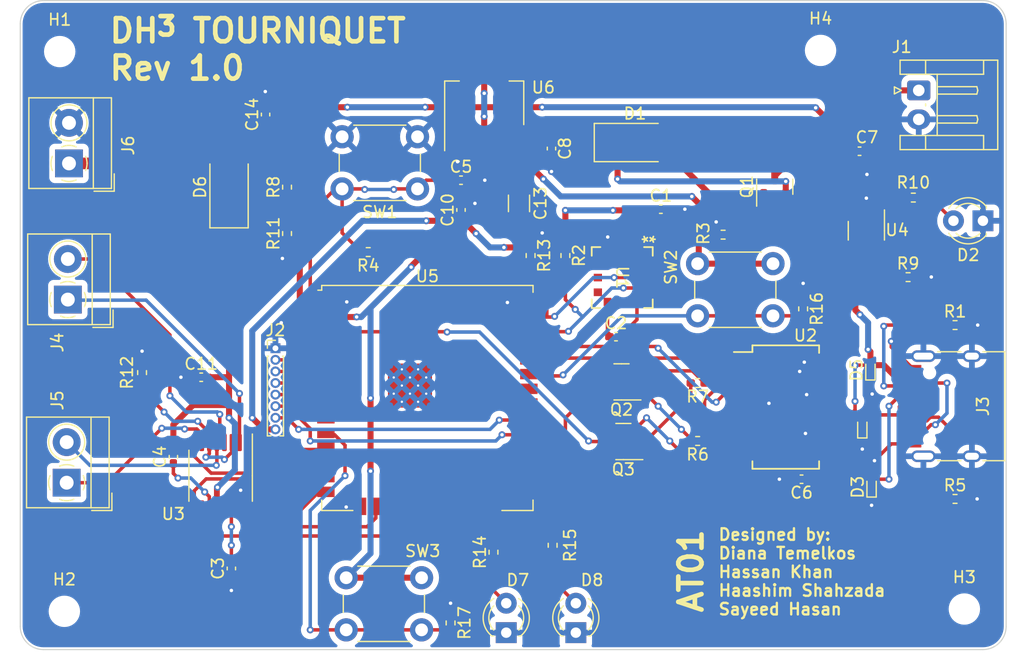
<source format=kicad_pcb>
(kicad_pcb (version 20221018) (generator pcbnew)
  (layers (0 "F.Cu" signal) (31 "B.Cu" signal) (34 "B.Paste" user) (35 "F.Paste" user) (36 "B.SilkS" user "B.Silkscreen") (37 "F.SilkS" user "F.Silkscreen") (38 "B.Mask" user) (39 "F.Mask" user) (44 "Edge.Cuts" user))
  (net 0 "")
  (net 1 "GND")
  (net 2 "Net-(U1-VO-)")
  (net 3 "Net-(U1-VO+)")
  (net 4 "Net-(U3-VINT)")
  (net 5 "Net-(U3-VCP)")
  (net 6 "3V3")
  (net 7 "Net-(U2-3V3OUT)")
  (net 8 "Net-(D1-K)")
  (net 9 "VBUS")
  (net 10 "Net-(D2-A)")
  (net 11 "Net-(U4-PROG)")
  (net 12 "Net-(U4-STAT)")
  (net 13 "Net-(U3-AISEN)")
  (net 20 "Net-(D6-K)")
  (net 21 "EN")
  (net 22 "VBAT")
  (net 23 "Net-(D3-A2)")
  (net 36 "Net-(D4-A2)")
  (net 37 "MOSI")
  (net 38 "SCK")
  (net 39 "CS")
  (net 40 "DC_SCREEN")
  (net 41 "RST_SCREEN")
  (net 42 "BL_SCREEN")
  (net 43 "Net-(Q2-S)")
  (net 44 "GPIO0")
  (net 45 "Net-(Q3-S)")
  (net 46 "SCL")
  (net 47 "SDA")
  (net 48 "RXD0")
  (net 54 "TXD0")
  (net 55 "DRV_SLEEP")
  (net 56 "DRV_FAULT")
  (net 57 "SOLENOID_PIN_1")
  (net 58 "SOLENOID_PIN_2")
  (net 60 "MOTOR_PIN_2")
  (net 61 "Net-(J3-CC1)")
  (net 62 "MOTOR_PIN_1")
  (net 63 "Net-(J3-CC2)")
  (net 64 "Net-(Q2-G)")
  (net 65 "Net-(Q3-G)")
  (net 71 "Net-(U5-IO21)")
  (net 72 "Net-(D7-A)")
  (net 73 "Net-(D8-A)")
  (net 74 "Net-(J4-Pin_1)")
  (net 75 "Net-(J4-Pin_2)")
  (net 76 "Net-(J5-Pin_1)")
  (net 77 "Net-(J5-Pin_2)")
  (net 78 "Net-(U5-SENSOR_VP)")
  (net 79 "Net-(U5-IO2)")
  (net 80 "Net-(U5-IO16)")
  (net 83 "Net-(U5-IO25)")
  (net 84 "Net-(D6-A)")
  (footprint "Package_TO_SOT_SMD:SOT-23" (layer "F.Cu") (at 170.05 88.0625 90)
    (fp_text reference "Q1")
    (fp_text value "DMG2301L")
  )
  (footprint "Resistor_SMD:R_0402_1005Metric_Pad0.72x0.64mm_HandSolder" (layer "F.Cu") (at 172.5 98.6 -90)
    (fp_text reference "R16")
    (fp_text value "10K")
  )
  (footprint "MountingHole:MountingHole_2.2mm_M2_ISO7380" (layer "F.Cu") (at 186.4 124.5)
    (fp_text reference "H3")
    (fp_text value "MountingHole")
  )
  (footprint "Package_TO_SOT_SMD:SOT-23" (layer "F.Cu") (at 157 110.05 180)
    (fp_text reference "Q3")
    (fp_text value "2N7002")
  )
  (footprint "TerminalBlock_4Ucon:TerminalBlock_4Ucon_1x02_P3.50mm_Horizontal" (layer "F.Cu") (at 109 113.6 90)
    (fp_text reference "J5")
    (fp_text value "Solenoid Valve Connector")
  )
  (footprint "LED_THT:LED_D3.0mm" (layer "F.Cu") (at 152.9 126.54 90)
    (fp_text reference "D8")
    (fp_text value "LED")
  )
  (footprint "Capacitor_SMD:C_0402_1005Metric_Pad0.74x0.62mm_HandSolder" (layer "F.Cu") (at 123.2 121 90)
    (fp_text reference "C3")
    (fp_text value "2.2uF")
  )
  (footprint "Resistor_SMD:R_0402_1005Metric_Pad0.72x0.64mm_HandSolder" (layer "F.Cu") (at 165.6 92.2 180)
    (fp_text reference "R3")
    (fp_text value "100K")
  )
  (footprint "Resistor_SMD:R_0402_1005Metric_Pad0.72x0.64mm_HandSolder" (layer "F.Cu") (at 145.8 119.5975 90)
    (fp_text reference "R14")
    (fp_text value "5.1K")
  )
  (footprint "Package_TO_SOT_SMD:SOT-223-3_TabPin2" (layer "F.Cu") (at 145 80.85 90)
    (fp_text reference "U6")
    (fp_text value "LM1117MP-3.3")
  )
  (footprint "Connector_JST:JST_EH_S2B-EH_1x02_P2.50mm_Horizontal" (layer "F.Cu") (at 182.4675 79.75 -90)
    (fp_text reference "J1")
    (fp_text value "JST Connector")
  )
  (footprint "Package_TO_SOT_SMD:SOT-23-5" (layer "F.Cu") (at 177.95 91.8625 -90)
    (fp_text reference "U4")
    (fp_text value "MCP73831-2-OT")
  )
  (footprint "MPRLS0025PA00001A:MPRLS_HNW" (layer "F.Cu") (at 156.900055 95.900002 -90)
    (fp_text reference "U1")
    (fp_text value "MPRLS0025PA00001A")
  )
  (footprint "Capacitor_SMD:C_0402_1005Metric_Pad0.74x0.62mm_HandSolder" (layer "F.Cu") (at 177.3625 85 180)
    (fp_text reference "C7")
    (fp_text value "4.7uF")
  )
  (footprint "TerminalBlock_4Ucon:TerminalBlock_4Ucon_1x02_P3.50mm_Horizontal" (layer "F.Cu") (at 109.2 86.05 90)
    (fp_text reference "J6")
    (fp_text value "External Battery")
  )
  (footprint "LED_THT:LED_D3.0mm" (layer "F.Cu") (at 146.9 126.54 90)
    (fp_text reference "D7")
    (fp_text value "LED")
  )
  (footprint "RF_Module:ESP32-WROOM-32UE" (layer "F.Cu") (at 140.1 106.29)
    (fp_text reference "U5")
    (fp_text value "ESP32-WROOM-32")
  )
  (footprint "Capacitor_SMD:C_0402_1005Metric_Pad0.74x0.62mm_HandSolder" (layer "F.Cu") (at 156.3625 101)
    (fp_text reference "C2")
    (fp_text value "1nF")
  )
  (footprint "Capacitor_SMD:C_0402_1005Metric_Pad0.74x0.62mm_HandSolder" (layer "F.Cu") (at 118.2 111.3675 90)
    (fp_text reference "C4")
    (fp_text value "0.01uF")
  )
  (footprint "Capacitor_SMD:C_0402_1005Metric_Pad0.74x0.62mm_HandSolder" (layer "F.Cu") (at 150.8 84.7675 -90)
    (fp_text reference "C8")
    (fp_text value "10uF")
  )
  (footprint "Package_TO_SOT_SMD:SOT-23" (layer "F.Cu") (at 156.8375 104.9 180)
    (fp_text reference "Q2")
    (fp_text value "2N7002")
  )
  (footprint "Diode_SMD:D_SOD-923" (layer "F.Cu") (at 177.6 108.88 90)
    (fp_text reference "D4" hide)
    (fp_text value "ESD9B3.3ST5G")
  )
  (footprint "Diode_SMD:D_SMA" (layer "F.Cu") (at 123 88.1 90)
    (fp_text reference "D6")
    (fp_text value "B120-E3")
  )
  (footprint "Resistor_SMD:R_0402_1005Metric_Pad0.72x0.64mm_HandSolder" (layer "F.Cu") (at 128 92.1 90)
    (fp_text reference "R11")
    (fp_text value "10K")
  )
  (footprint "Capacitor_SMD:C_0402_1005Metric_Pad0.74x0.62mm_HandSolder" (layer "F.Cu") (at 120.6 104.5)
    (fp_text reference "C11")
    (fp_text value "10uF")
  )
  (footprint "Resistor_SMD:R_0402_1005Metric_Pad0.72x0.64mm_HandSolder" (layer "F.Cu") (at 181.5475 95.8625)
    (fp_text reference "R9")
    (fp_text value "5.1K")
  )
  (footprint "LED_THT:LED_D3.0mm" (layer "F.Cu") (at 188 91 180)
    (fp_text reference "D2")
    (fp_text value "LED")
  )
  (footprint "Button_Switch_THT:SW_PUSH_6mm" (layer "F.Cu") (at 139.25 88.25 180)
    (fp_text reference "SW1")
    (fp_text value "SW_Push")
  )
  (footprint "Capacitor_SMD:C_0402_1005Metric_Pad0.74x0.62mm_HandSolder" (layer "F.Cu") (at 143 90.0675 90)
    (fp_text reference "C10")
    (fp_text value "100uF")
  )
  (footprint "Capacitor_SMD:C_0402_1005Metric_Pad0.74x0.62mm_HandSolder" (layer "F.Cu") (at 160.2325 90)
    (fp_text reference "C1")
    (fp_text value "0.1uF")
  )
  (footprint "Resistor_SMD:R_0402_1005Metric_Pad0.72x0.64mm_HandSolder" (layer "F.Cu") (at 152 94 -90)
    (fp_text reference "R2")
    (fp_text value "2.2K")
  )
  (footprint "Resistor_SMD:R_0402_1005Metric_Pad0.72x0.64mm_HandSolder" (layer "F.Cu") (at 185.5975 100)
    (fp_text reference "R1")
    (fp_text value "5.1K")
  )
  (footprint "Diode_SMD:D_SOD-923" (layer "F.Cu") (at 178.4 113.98 90)
    (fp_text reference "D3")
    (fp_text value "ESD9B3.3ST5G")
  )
  (footprint "Connector_USB:USB_C_Receptacle_HRO_TYPE-C-31-M-12" (layer "F.Cu") (at 186 107 90)
    (fp_text reference "J3")
    (fp_text value "USB_C_Receptacle_USB2.0")
  )
  (footprint "Resistor_SMD:R_0402_1005Metric_Pad0.72x0.64mm_HandSolder" (layer "F.Cu") (at 163.4025 105 180)
    (fp_text reference "R7")
    (fp_text value "5.1K")
  )
  (footprint "Button_Switch_THT:SW_PUSH_6mm" (layer "F.Cu") (at 163.4 94.7)
    (fp_text reference "SW2")
    (fp_text value "SW_Push")
  )
  (footprint "Resistor_SMD:R_0402_1005Metric_Pad0.72x0.64mm_HandSolder" (layer "F.Cu") (at 150.9 119 90)
    (fp_text reference "R15")
    (fp_text value "5.1K")
  )
  (footprint "MountingHole:MountingHole_2.2mm_M2_ISO7380" (layer "F.Cu") (at 174 76.3)
    (fp_text reference "H4")
    (fp_text value "MountingHole")
  )
  (footprint "Resistor_SMD:R_0402_1005Metric_Pad0.72x0.64mm_HandSolder" (layer "F.Cu") (at 115.5 104.1 -90)
    (fp_text reference "R12")
    (fp_text value "2.2K")
  )
  (footprint "Resistor_SMD:R_0402_1005Metric_Pad0.72x0.64mm_HandSolder" (layer "F.Cu") (at 135 93.7 180)
    (fp_text reference "R4")
    (fp_text value "10K")
  )
  (footprint "Resistor_SMD:R_0402_1005Metric_Pad0.72x0.64mm_HandSolder" (layer "F.Cu") (at 163.4025 110 180)
    (fp_text reference "R6")
    (fp_text value "5.1K")
  )
  (footprint "Capacitor_SMD:C_1206_3216Metric_Pad1.33x1.80mm_HandSolder" (layer "F.Cu") (at 148 89.5 -90)
    (fp_text reference "C13")
    (fp_text value "10uF")
  )
  (footprint "Package_SO:TSSOP-16_4.4x5mm_P0.65mm" (layer "F.Cu") (at 122.275 113 -90)
    (fp_text reference "U3")
    (fp_text value "DRV8833PW")
  )
  (footprint "Diode_SMD:D_SOD-923" (layer "F.Cu") (at 178.3 103.88 90)
    (fp_text reference "D5")
    (fp_text value "ESD9B3.3ST5G")
  )
  (footprint "Button_Switch_THT:SW_PUSH_6mm" (layer "F.Cu") (at 133.1 121.8)
    (fp_text reference "SW3")
    (fp_text value "SW_Push")
  )
  (footprint "Capacitor_SMD:C_0402_1005Metric_Pad0.74x0.62mm_HandSolder" (layer "F.Cu") (at 172.3625 113.3 180)
    (fp_text reference "C6")
    (fp_text value "10uF")
  )
  (footprint "MountingHole:MountingHole_2.2mm_M2_ISO7380" (layer "F.Cu") (at 108.4 76.4)
    (fp_text reference "H1")
    (fp_text value "MountingHole")
  )
  (footprint "Capacitor_SMD:C_0402_1005Metric_Pad0.74x0.62mm_HandSolder" (layer "F.Cu") (at 126.15 81.8325 90)
    (fp_text reference "C14")
    (fp_text value "100uF")
  )
  (footprint "Package_SO:SSOP-28_5.3x10.2mm_P0.65mm" (layer "F.Cu") (at 171 107.075)
    (fp_text reference "U2")
    (fp_text value "FT232RL")
  )
  (footprint "Resistor_SMD:R_0402_1005Metric_Pad0.72x0.64mm_HandSolder" (layer "F.Cu") (at 142.1 125.7 -90)
    (fp_text reference "R17")
    (fp_text value "10K")
  )
  (footprint "Resistor_SMD:R_0402_1005Metric_Pad0.72x0.64mm_HandSolder" (layer "F.Cu") (at 149 94 -90)
    (fp_text reference "R13")
    (fp_text value "2.2K")
  )
  (footprint "Capacitor_SMD:C_0402_1005Metric_Pad0.74x0.62mm_HandSolder" (layer "F.Cu") (at 143 87.5)
    (fp_text reference "C5")
    (fp_text value "1uF")
  )
  (footprint "MountingHole:MountingHole_2.2mm_M2_ISO7380" (layer "F.Cu") (at 108.8 124.7)
    (fp_text reference "H2")
    (fp_text value "MountingHole")
  )
  (footprint "Connector_PinHeader_1.00mm:PinHeader_1x08_P1.00mm_Vertical" (layer "F.Cu") (at 127 102)
    (fp_text reference "J2")
    (fp_text value "Conn_01x08")
  )
  (footprint "Diode_SMD:D_SMA" (layer "F.Cu") (at 158 84.25)
    (fp_text reference "D1")
    (fp_text value "B120-E3")
  )
  (footprint "Resistor_SMD:R_0402_1005Metric_Pad0.72x0.64mm_HandSolder" (layer "F.Cu") (at 185.5975 115)
    (fp_text reference "R5")
    (fp_text value "5.1K")
  )
  (footprint "Resistor_SMD:R_0402_1005Metric_Pad0.72x0.64mm_HandSolder" (layer "F.Cu") (at 182 89 180)
    (fp_text reference "R10")
    (fp_text value "5.1K")
  )
  (footprint "TerminalBlock_4Ucon:TerminalBlock_4Ucon_1x02_P3.50mm_Horizontal" (layer "F.Cu") (at 109.1 97.8 90)
    (fp_text reference "J4")
    (fp_text value "DC Pump Connector")
  )
  (footprint "Resistor_SMD:R_0402_1005Metric_Pad0.72x0.64mm_HandSolder" (layer "F.Cu") (at 128 88.1 90)
    (fp_text reference "R8")
    (fp_text value "20K")
  )
  (gr_arc (start 188 72) (mid 189.414214 72.585786) (end 190 74) (stroke (width 0.1)) (layer "Edge.Cuts"))
  (gr_arc (start 105 74) (mid 105.585786 72.585786) (end 107 72) (stroke (width 0.1)) (layer "Edge.Cuts"))
  (gr_line (start 105 126) (end 105 74) (stroke (width 0.1)) (layer "Edge.Cuts"))
  (gr_line (start 190 74) (end 190 126) (stroke (width 0.1)) (layer "Edge.Cuts"))
  (gr_arc (start 107 128) (mid 105.585786 127.414214) (end 105 126) (stroke (width 0.1)) (layer "Edge.Cuts"))
  (gr_arc (start 190 126) (mid 189.414214 127.414214) (end 188 128) (stroke (width 0.1)) (layer "Edge.Cuts"))
  (gr_line (start 188 128) (end 107 128) (stroke (width 0.1)) (layer "Edge.Cuts"))
  (gr_line (start 107 72) (end 188 72) (stroke (width 0.1)) (layer "Edge.Cuts"))
  (gr_text "DH^{3} TOURNIQUET \nRev 1.0" (at 112.5 79) (layer "F.SilkS") (effects (font (size 2 2) (thickness 0.4) bold) (justify left bottom)))
  (gr_text "AT01" (at 164 125 90) (layer "F.SilkS") (effects (font (size 2 2) (thickness 0.4) bold) (justify left bottom)))
  (gr_text "Designed by:\nDiana Temelkos\nHassan Khan\nHaashim Shahzada\nSayeed Hasan" (at 165.1 125.1) (layer "F.SilkS") (effects (font (size 1 1) (thickness 0.2) bold) (justify left bottom)))
  (segment (start 126.15 79.875) (end 126.125 79.85) (width 0.3) (layer "F.Cu") (net 1))
  (segment (start 127 100.3) (end 127.5 99.8) (width 0.3) (layer "F.Cu") (net 1))
  (segment (start 180.1 101.895) (end 180.1 101.4) (width 0.3) (layer "F.Cu") (net 1))
  (segment (start 181.955 103.75) (end 180.1 101.895) (width 0.3) (layer "F.Cu") (net 1))
  (segment (start 177.93 86.93) (end 178 87) (width 0.3) (layer "F.Cu") (net 1))
  (segment (start 142.1 124) (end 142.1 125.1025) (width 0.3) (layer "F.Cu") (net 1))
  (segment (start 133.115 98.035) (end 133.15 98) (width 0.3) (layer "F.Cu") (net 1))
  (segment (start 128 92.6975) (end 128 93.85) (width 0.3) (layer "F.Cu") (net 1))
  (segment (start 172.5 98.0025) (end 172.5 96.4) (width 0.3) (layer "F.Cu") (net 1))
  (segment (start 174.6 104.15) (end 173.55 104.15) (width 0.3) (layer "F.Cu") (net 1))
  (segment (start 160.8 90) (end 162.3 90) (width 0.3) (layer "F.Cu") (net 1))
  (segment (start 123.475001 114.25) (end 124 114.25) (width 0.3) (layer "F.Cu") (net 1))
  (segment (start 181.955 110.25) (end 180.1 110.25) (width 0.3) (layer "F.Cu") (net 1))
  (segment (start 182.145 95.8625) (end 183.5375 95.8625) (width 0.3) (layer "F.Cu") (net 1))
  (segment (start 149.0125 91.0625) (end 150 92.05) (width 0.3) (layer "F.Cu") (net 1))
  (segment (start 148.85 98.035) (end 147.015 98.035) (width 0.3) (layer "F.Cu") (net 1))
  (segment (start 183.5375 95.8625) (end 183.55 95.85) (width 0.3) (layer "F.Cu") (net 1))
  (segment (start 155.630055 93.800057) (end 155.630055 92.419945) (width 0.3) (layer "F.Cu") (net 1))
  (segment (start 178.4 114.4) (end 178.4 115.55) (width 0.3) (layer "F.Cu") (net 1))
  (segment (start 150.8 85.335) (end 150.8 86.75) (width 0.3) (layer "F.Cu") (net 1))
  (segment (start 174.6 107.4) (end 173.641422 107.4) (width 0.3) (layer "F.Cu") (net 1))
  (segment (start 126.15 81.265) (end 126.15 79.875) (width 0.3) (layer "F.Cu") (net 1))
  (segment (start 143 89.5) (end 144.2 89.5) (width 0.3) (layer "F.Cu") (net 1))
  (segment (start 177.6 109.3) (end 177.6 110.7) (width 0.3) (layer "F.Cu") (net 1))
  (segment (start 134.385 115.64) (end 133.16 115.64) (width 0.3) (layer "F.Cu") (net 1))
  (segment (start 155.630055 92.419945) (end 155.65 92.4) (width 0.3) (layer "F.Cu") (net 1))
  (segment (start 173.55 104.15) (end 172.6 103.2) (width 0.3) (layer "F.Cu") (net 1))
  (segment (start 131.35 98.035) (end 133.115 98.035) (width 0.3) (layer "F.Cu") (net 1))
  (segment (start 177.93 85) (end 177.93 86.93) (width 0.3) (layer "F.Cu") (net 1))
  (segment (start 128 93.85) (end 127.6 94.25) (width 0.3) (layer "F.Cu") (net 1))
  (segment (start 120.0325 104.5) (end 118.85 104.5) (width 0.3) (layer "F.Cu") (net 1))
  (segment (start 143.5675 87.5) (end 145.05 87.5) (width 0.3) (layer "F.Cu") (net 1))
  (segment (start 133.16 115.64) (end 133.1 115.7) (width 0.3) (layer "F.Cu") (net 1))
  (segment (start 122.6 115.8625) (end 122.6 115.125001) (width 0.3) (layer "F.Cu") (net 1))
  (segment (start 169.55 106.75) (end 167.4 106.75) (width 0.3) (layer "F.Cu") (net 1))
  (segment (start 173 104.8) (end 172.2 104) (width 0.3) (layer "F.Cu") (net 1))
  (segment (start 174.6 109.35) (end 172.7 109.35) (width 0.3) (layer "F.Cu") (net 1))
  (segment (start 123.2 121.5675) (end 123.2 122.9) (width 0.3) (layer "F.Cu") (net 1))
  (segment (start 186.195 115) (end 187.5 115) (width 0.3) (layer "F.Cu") (net 1))
  (segment (start 171.795 113.3) (end 170.45 113.3) (width 0.3) (layer "F.Cu") (net 1))
  (segment (start 127 102) (end 127 100.3) (width 0.3) (layer "F.Cu") (net 1))
  (segment (start 178.3 104.3) (end 178.3 105.8) (width 0.3) (layer "F.Cu") (net 1))
  (segment (start 147.015 98.035) (end 147 98.05) (width 0.3) (layer "F.Cu") (net 1))
  (segment (start 173.641422 107.4) (end 172.8 106.558578) (width 0.3) (layer "F.Cu") (net 1))
  (segment (start 142.7 84) (end 142.7 85.9) (width 0.3) (layer "F.Cu") (net 1))
  (segment (start 174.6 104.8) (end 173 104.8) (width 0.3) (layer "F.Cu") (net 1))
  (segment (start 115.5 103.5025) (end 115.5 102.25) (width 0.3) (layer "F.Cu") (net 1))
  (segment (start 165.0025 92.2) (end 165.0025 91.1025) (width 0.3) (layer "F.Cu") (net 1))
  (segment (start 148 91.0625) (end 149.0125 91.0625) (width 0.3) (layer "F.Cu") (net 1))
  (segment (start 122.6 115.125001) (end 123.475001 114.25) (width 0.3) (layer "F.Cu") (net 1))
  (segment (start 180.1 110.25) (end 178.65 111.7) (width 0.3) (layer "F.Cu") (net 1))
  (segment (start 186.195 100) (end 187.55 100) (width 0.3) (layer "F.Cu") (net 1))
  (segment (start 172.8 106.558578) (end 172.8 106) (width 0.3) (layer "F.Cu") (net 1))
  (segment (start 178.3 105.8) (end 178.45 105.95) (width 0.3) (layer "F.Cu") (net 1))
  (segment (start 177.95 90.725) (end 177.95 89.05) (width 0.3) (layer "F.Cu") (net 1))
  (via (at 165 91.1) (size 0.6) (drill 0.3) (layers "F.Cu" "B.Cu") (net 1))
  (via (at 124 114.25) (size 0.6) (drill 0.3) (layers "F.Cu" "B.Cu") (net 1))
  (via (at 162.3 90) (size 0.6) (drill 0.3) (layers "F.Cu" "B.Cu") (net 1))
  (via (at 187.5 115) (size 0.6) (drill 0.3) (layers "F.Cu" "B.Cu") (net 1))
  (via (at 172.6 103.2) (size 0.6) (drill 0.3) (layers "F.Cu" "B.Cu") (net 1))
  (via (at 142.7 85.9) (size 0.6) (drill 0.3) (layers "F.Cu" "B.Cu") (net 1))
  (via (at 123.2 122.9) (size 0.6) (drill 0.3) (layers "F.Cu" "B.Cu") (net 1))
  (via (at 187.55 100) (size 0.6) (drill 0.3) (layers "F.Cu" "B.Cu") (net 1))
  (via (at 172.5 96.4) (size 0.6) (drill 0.3) (layers "F.Cu" "B.Cu") (net 1))
  (via (at 177.6 110.7) (size 0.6) (drill 0.3) (layers "F.Cu" "B.Cu") (net 1))
  (via (at 177.95 89.05) (size 0.6) (drill 0.3) (layers "F.Cu" "B.Cu") (net 1))
  (via (at 118.85 104.5) (size 0.6) (drill 0.3) (layers "F.Cu" "B.Cu") (net 1))
  (via (at 178 87) (size 0.6) (drill 0.3) (layers "F.Cu" "B.Cu") (net 1))
  (via (at 144.2 89.5) (size 0.6) (drill 0.3) (layers "F.Cu" "B.Cu") (net 1))
  (via (at 150 92.05) (size 0.6) (drill 0.3) (layers "F.Cu" "B.Cu") (net 1))
  (via (at 127.5 99.8) (size 0.6) (drill 0.3) (layers "F.Cu" "B.Cu") (net 1))
  (via (at 180.1 101.4) (size 0.6) (drill 0.3) (layers "F.Cu" "B.Cu") (net 1))
  (via (at 142.1 124) (size 0.6) (drill 0.3) (layers "F.Cu" "B.Cu") (net 1))
  (via (at 150.8 86.75) (size 0.6) (drill 0.3) (layers "F.Cu" "B.Cu") (net 1))
  (via (at 178.4 115.55) (size 0.6) (drill 0.3) (layers "F.Cu" "B.Cu") (net 1))
  (via (at 133.1 115.7) (size 0.6) (drill 0.3) (layers "F.Cu" "B.Cu") (net 1))
  (via (at 115.5 102.25) (size 0.6) (drill 0.3) (layers "F.Cu" "B.Cu") (net 1))
  (via (at 178.65 111.7) (size 0.6) (drill 0.3) (layers "F.Cu" "B.Cu") (net 1))
  (via (at 147 98.05) (size 0.6) (drill 0.3) (layers "F.Cu" "B.Cu") (net 1))
  (via (at 127.6 94.25) (size 0.6) (drill 0.3) (layers "F.Cu" "B.Cu") (net 1))
  (via (at 145.05 87.5) (size 0.6) (drill 0.3) (layers "F.Cu" "B.Cu") (net 1))
  (via (at 155.65 92.4) (size 0.6) (drill 0.3) (layers "F.Cu" "B.Cu") (net 1))
  (via (at 169.55 106.75) (size 0.6) (drill 0.3) (layers "F.Cu" "B.Cu") (net 1))
  (via (at 178.45 105.95) (size 0.6) (drill 0.3) (layers "F.Cu" "B.Cu") (net 1))
  (via (at 172.7 109.35) (size 0.6) (drill 0.3) (layers "F.Cu" "B.Cu") (net 1))
  (via (at 172.2 104) (size 0.6) (drill 0.3) (layers "F.Cu" "B.Cu") (net 1))
  (via (at 133.15 98) (size 0.6) (drill 0.3) (layers "F.Cu" "B.Cu") (net 1))
  (via (at 183.55 95.85) (size 0.6) (drill 0.3) (layers "F.Cu" "B.Cu") (net 1))
  (via (at 170.45 113.3) (size 0.6) (drill 0.3) (layers "F.Cu" "B.Cu") (net 1))
  (via (at 172.8 106) (size 0.6) (drill 0.3) (layers "F.Cu" "B.Cu") (net 1))
  (via (at 126.125 79.85) (size 0.6) (drill 0.3) (layers "F.Cu" "B.Cu") (net 1))
  (segment (start 155.630055 97.999947) (end 155.630055 100.605055) (width 0.3) (layer "F.Cu") (net 2))
  (segment (start 155.630055 100.605055) (end 156.025 101) (width 0.3) (layer "F.Cu") (net 2))
  (segment (start 158.170055 99.529945) (end 158.170055 97.999947) (width 0.3) (layer "F.Cu") (net 3))
  (segment (start 156.7 101) (end 158.170055 99.529945) (width 0.3) (layer "F.Cu") (net 3))
  (segment (start 123.2 117.4) (end 123.2 115.9125) (width 0.3) (layer "F.Cu") (net 4))
  (segment (start 123.2 115.9125) (end 123.25 115.8625) (width 0.3) (layer "F.Cu") (net 4))
  (segment (start 123.2 120.4325) (end 123.2 119) (width 0.3) (layer "F.Cu") (net 4))
  (via (at 123.2 117.4) (size 0.6) (drill 0.3) (layers "F.Cu" "B.Cu") (net 4))
  (via (at 123.2 119) (size 0.6) (drill 0.3) (layers "F.Cu" "B.Cu") (net 4))
  (segment (start 123.2 119) (end 123.2 117.4) (width 0.3) (layer "B.Cu") (net 4))
  (segment (start 118.6 113.2) (end 118.2 112.8) (width 0.3) (layer "F.Cu") (net 5))
  (segment (start 118.2 112.8) (end 118.2 111.935) (width 0.3) (layer "F.Cu") (net 5))
  (segment (start 121.3 115.8625) (end 121.3 114.8) (width 0.3) (layer "F.Cu") (net 5))
  (segment (start 121.3 114.8) (end 120.9 114.4) (width 0.3) (layer "F.Cu") (net 5))
  (via (at 118.6 113.2) (size 0.6) (drill 0.3) (layers "F.Cu" "B.Cu") (net 5))
  (via (at 120.9 114.4) (size 0.6) (drill 0.3) (layers "F.Cu" "B.Cu") (net 5))
  (segment (start 120.9 114.4) (end 119.7 113.2) (width 0.3) (layer "B.Cu") (net 5))
  (segment (start 119.7 113.2) (end 118.6 113.2) (width 0.3) (layer "B.Cu") (net 5))
  (segment (start 156.1 90.1) (end 159.565 90.1) (width 0.52) (layer "F.Cu") (net 6))
  (segment (start 146.28125 86.21875) (end 148.91875 86.21875) (width 0.52) (layer "F.Cu") (net 6))
  (segment (start 139.4 93.7) (end 139.6675 93.9675) (width 0.52) (layer "F.Cu") (net 6))
  (segment (start 143 90.635) (end 139.6675 93.9675) (width 0.52) (layer "F.Cu") (net 6))
  (segment (start 163.5 89.5) (end 163.5 94.6) (width 0.52) (layer "F.Cu") (net 6))
  (segment (start 126 109) (end 125 108) (width 0.52) (layer "F.Cu") (net 6))
  (segment (start 133.1 121.8) (end 139.6 121.8) (width 0.52) (layer "F.Cu") (net 6))
  (segment (start 143 90.8) (end 144.3 92.1) (width 0.52) (layer "F.Cu") (net 6))
  (segment (start 133.995 99.305) (end 134 99.3) (width 0.5) (layer "F.Cu") (net 6))
  (segment (start 152 93.4025) (end 149 93.4025) (width 0.52) (layer "F.Cu") (net 6))
  (segment (start 145 84.9375) (end 146.28125 86.21875) (width 0.52) (layer "F.Cu") (net 6))
  (segment (start 140 91) (end 142.635 91) (width 0.52) (layer "F.Cu") (net 6))
  (segment (start 148.8975 93.3) (end 149 93.4025) (width 0.52) (layer "F.Cu") (net 6))
  (segment (start 158.170055 93.800057) (end 158.170055 91.494945) (width 0.52) (layer "F.Cu") (net 6))
  (segment (start 135.5975 93.7) (end 139.4 93.7) (width 0.52) (layer "F.Cu") (net 6))
  (segment (start 152 93.4025) (end 152 90.1) (width 0.52) (layer "F.Cu") (net 6))
  (segment (start 148 87.9375) (end 145.3025 90.635) (width 0.52) (layer "F.Cu") (net 6))
  (segment (start 145.3025 90.635) (end 143 90.635) (width 0.52) (layer "F.Cu") (net 6))
  (segment (start 148.91875 86.21875) (end 150.1 87.4) (width 0.52) (layer "F.Cu") (net 6))
  (segment (start 142.635 91) (end 143 90.635) (width 0.52) (layer "F.Cu") (net 6))
  (segment (start 145 77.7) (end 145 80) (width 0.52) (layer "F.Cu") (net 6))
  (segment (start 146.7 93.3) (end 148.8975 93.3) (width 0.52) (layer "F.Cu") (net 6))
  (segment (start 163.5 94.6) (end 163.4 94.7) (width 0.52) (layer "F.Cu") (net 6))
  (segment (start 145 84) (end 145 84.9375) (width 0.52) (layer "F.Cu") (net 6))
  (segment (start 159.565 90.1) (end 159.665 90) (width 0.5) (layer "F.Cu") (net 6))
  (segment (start 127 109) (end 126 109) (width 0.52) (layer "F.Cu") (net 6))
  (segment (start 162.9 88.9) (end 163.5 89.5) (width 0.52) (layer "F.Cu") (net 6))
  (segment (start 145 82) (end 145 84) (width 0.52) (layer "F.Cu") (net 6))
  (segment (start 146.28125 86.21875) (end 148 87.9375) (width 0.52) (layer "F.Cu") (net 6))
  (segment (start 135.2 106.3) (end 135.2 112.6) (width 0.52) (layer "F.Cu") (net 6))
  (segment (start 143 90.635) (end 143 90.8) (width 0.52) (layer "F.Cu") (net 6))
  (segment (start 138.7 94.935) (end 139.6675 93.9675) (width 0.52) (layer "F.Cu") (net 6))
  (segment (start 163.4 94.7) (end 169.9 94.7) (width 0.52) (layer "F.Cu") (net 6))
  (segment (start 131.35 99.305) (end 133.995 99.305) (width 0.52) (layer "F.Cu") (net 6))
  (segment (start 138.7 95) (end 138.7 94.935) (width 0.5) (layer "F.Cu") (net 6))
  (segment (start 158.170055 91.494945) (end 159.665 90) (width 0.52) (layer "F.Cu") (net 6))
  (via (at 145 80) (size 0.6) (drill 0.3) (layers "F.Cu" "B.Cu") (net 6))
  (via (at 156.1 90.1) (size 0.6) (drill 0.3) (layers "F.Cu" "B.Cu") (net 6))
  (via (at 150.1 87.4) (size 0.6) (drill 0.3) (layers "F.Cu" "B.Cu") (net 6))
  (via (at 145 82) (size 0.6) (drill 0.3) (layers "F.Cu" "B.Cu") (net 6))
  (via (at 125 108) (size 0.6) (drill 0.3) (layers "F.Cu" "B.Cu") (net 6))
  (via (at 140 91) (size 0.6) (drill 0.3) (layers "F.Cu" "B.Cu") (net 6))
  (via (at 152 90.1) (size 0.6) (drill 0.3) (layers "F.Cu" "B.Cu") (net 6))
  (via (at 144.3 92.1) (size 0.6) (drill 0.3) (layers "F.Cu" "B.Cu") (net 6))
  (via (at 135.2 106.3) (size 0.6) (drill 0.3) (layers "F.Cu" "B.Cu") (net 6))
  (via (at 146.7 93.3) (size 0.6) (drill 0.3) (layers "F.Cu" "B.Cu") (net 6))
  (via (at 162.9 88.9) (size 0.6) (drill 0.3) (layers "F.Cu" "B.Cu") (net 6))
  (via (at 138.7 95) (size 0.6) (drill 0.3) (layers "F.Cu" "B.Cu") (net 6))
  (via (at 134 99.3) (size 0.6) (drill 0.3) (layers "F.Cu" "B.Cu") (net 6))
  (via (at 135.2 112.6) (size 0.6) (drill 0.3) (layers "F.Cu" "B.Cu") (net 6))
  (segment (start 145.5 93.3) (end 146.7 93.3) (width 0.52) (layer "B.Cu") (net 6))
  (segment (start 135.2 98.5) (end 135.2 106.3) (width 0.52) (layer "B.Cu") (net 6))
  (segment (start 151.6 88.9) (end 162.9 88.9) (width 0.52) (layer "B.Cu") (net 6))
  (segment (start 134.4 99.3) (end 138.7 95) (width 0.52) (layer "B.Cu") (net 6))
  (segment (start 150.1 87.4) (end 151.6 88.9) (width 0.52) (layer "B.Cu") (net 6))
  (segment (start 144.3 92.1) (end 145.5 93.3) (width 0.52) (layer "B.Cu") (net 6))
  (segment (start 125 108) (end 125 100.5) (width 0.52) (layer "B.Cu") (net 6))
  (segment (start 135.2 119.7) (end 133.1 121.8) (width 0.52) (layer "B.Cu") (net 6))
  (segment (start 145 80) (end 145 82) (width 0.52) (layer "B.Cu") (net 6))
  (segment (start 134 99.3) (end 134.4 99.3) (width 0.52) (layer "B.Cu") (net 6))
  (segment (start 134.5 91) (end 140 91) (width 0.52) (layer "B.Cu") (net 6))
  (segment (start 135.2 112.6) (end 135.2 119.7) (width 0.52) (layer "B.Cu") (net 6))
  (segment (start 125 100.5) (end 134.5 91) (width 0.52) (layer "B.Cu") (net 6))
  (segment (start 152 90.1) (end 156.1 90.1) (width 0.52) (layer "B.Cu") (net 6))
  (segment (start 174.6 110) (end 173.3 110) (width 0.3) (layer "F.Cu") (net 7))
  (segment (start 173.3 110) (end 172.7 110.6) (width 0.3) (layer "F.Cu") (net 7))
  (segment (start 172.7 110.6) (end 172.7 113.07) (width 0.3) (layer "F.Cu") (net 7))
  (segment (start 172.7 113.07) (end 172.93 113.3) (width 0.3) (layer "F.Cu") (net 7))
  (segment (start 147.3 84) (end 147.5 84.2) (width 0.52) (layer "F.Cu") (net 8))
  (segment (start 155.95 84.2) (end 156 84.25) (width 0.5) (layer "F.Cu") (net 8))
  (segment (start 150.8 84.2) (end 155.95 84.2) (width 0.52) (layer "F.Cu") (net 8))
  (segment (start 156.5 84.75) (end 156 84.25) (width 0.5) (layer "F.Cu") (net 8))
  (segment (start 171 89) (end 171 87.6) (width 0.52) (layer "F.Cu") (net 8))
  (segment (start 156.5 87.4) (end 156.5 84.75) (width 0.52) (layer "F.Cu") (net 8))
  (segment (start 147.5 84.2) (end 150.8 84.2) (width 0.52) (layer "F.Cu") (net 8))
  (via (at 156.5 87.4) (size 0.6) (drill 0.3) (layers "F.Cu" "B.Cu") (net 8))
  (via (at 171 87.6) (size 0.6) (drill 0.3) (layers "F.Cu" "B.Cu") (net 8))
  (segment (start 171 87.6) (end 156.7 87.6) (width 0.52) (layer "B.Cu") (net 8))
  (segment (start 156.7 87.6) (end 156.5 87.4) (width 0.5) (layer "B.Cu") (net 8))
  (segment (start 174.6 108.05) (end 176.25 108.05) (width 0.3) (layer "F.Cu") (net 9))
  (segment (start 177 98.7) (end 177 97.7) (width 0.52) (layer "F.Cu") (net 9))
  (segment (start 160 84.25) (end 166.1975 90.4475) (width 0.52) (layer "F.Cu") (net 9))
  (segment (start 178.3 102.3) (end 178.1 102.1) (width 0.5) (layer "F.Cu") (net 9))
  (segment (start 176.975 106.575) (end 176.975 107.325) (width 0.3) (layer "F.Cu") (net 9))
  (segment (start 176.975 107.325) (end 176.25 108.05) (width 0.3) (layer "F.Cu") (net 9))
  (segment (start 166.1975 92.2) (end 170.7 92.2) (width 0.52) (layer "F.Cu") (net 9))
  (segment (start 170.7 92.2) (end 171.1 91.8) (width 0.52) (layer "F.Cu") (net 9))
  (segment (start 183.9 108.6) (end 183.53 108.6) (width 0.3) (layer "F.Cu") (net 9))
  (segment (start 180.55 104.55) (end 181.955 104.55) (width 0.52) (layer "F.Cu") (net 9))
  (segment (start 169.1 89) (end 169.1 89.8) (width 0.52) (layer "F.Cu") (net 9))
  (segment (start 183.13 105) (end 184.9 105) (width 0.3) (layer "F.Cu") (net 9))
  (segment (start 177.4 99.1) (end 177 98.7) (width 0.52) (layer "F.Cu") (net 9))
  (segment (start 179.46 103.46) (end 180.55 104.55) (width 0.52) (layer "F.Cu") (net 9))
  (segment (start 167.4 104.8) (end 170.475736 104.8) (width 0.3) (layer "F.Cu") (net 9))
  (segment (start 171.5 105.824264) (end 171.5 107.5) (width 0.3) (layer "F.Cu") (net 9))
  (segment (start 178.3 103.46) (end 178.3 102.3) (width 0.52) (layer "F.Cu") (net 9))
  (segment (start 170.475736 104.8) (end 171.5 105.824264) (width 0.3) (layer "F.Cu") (net 9))
  (segment (start 182.68 104.55) (end 183.13 105) (width 0.3) (layer "F.Cu") (net 9))
  (segment (start 169.1 89.8) (end 171.1 91.8) (width 0.52) (layer "F.Cu") (net 9))
  (segment (start 166.1975 90.4475) (end 166.1975 92.2) (width 0.52) (layer "F.Cu") (net 9))
  (segment (start 182.68 109.45) (end 181.955 109.45) (width 0.3) (layer "F.Cu") (net 9))
  (segment (start 171.5 107.5) (end 172.05 108.05) (width 0.3) (layer "F.Cu") (net 9))
  (segment (start 183.53 108.6) (end 182.68 109.45) (width 0.3) (layer "F.Cu") (net 9))
  (segment (start 178.3 103.46) (end 179.46 103.46) (width 0.52) (layer "F.Cu") (net 9))
  (segment (start 176.99 103.46) (end 176.975 103.475) (width 0.3) (layer "F.Cu") (net 9))
  (segment (start 172.05 108.05) (end 174.6 108.05) (width 0.3) (layer "F.Cu") (net 9))
  (segment (start 177 93) (end 177 97.7) (width 0.52) (layer "F.Cu") (net 9))
  (segment (start 171.1 91.8) (end 177 97.7) (width 0.52) (layer "F.Cu") (net 9))
  (segment (start 178.3 103.46) (end 176.99 103.46) (width 0.3) (layer "F.Cu") (net 9))
  (segment (start 181.955 104.55) (end 182.68 104.55) (width 0.3) (layer "F.Cu") (net 9))
  (via (at 177.4 99.1) (size 0.6) (drill 0.3) (layers "F.Cu" "B.Cu") (net 9))
  (via (at 178.1 102.1) (size 0.6) (drill 0.3) (layers "F.Cu" "B.Cu") (net 9))
  (via (at 176.975 106.575) (size 0.6) (drill 0.3) (layers "F.Cu" "B.Cu") (net 9))
  (via (at 183.9 108.6) (size 0.6) (drill 0.3) (layers "F.Cu" "B.Cu") (net 9))
  (via (at 184.9 105) (size 0.6) (drill 0.3) (layers "F.Cu" "B.Cu") (net 9))
  (via (at 176.975 103.475) (size 0.6) (drill 0.3) (layers "F.Cu" "B.Cu") (net 9))
  (segment (start 178.1 99.8) (end 177.4 99.1) (width 0.52) (layer "B.Cu") (net 9))
  (segment (start 184.9 107.6) (end 183.9 108.6) (width 0.3) (layer "B.Cu") (net 9))
  (segment (start 176.975 103.475) (end 176.975 106.575) (width 0.3) (layer "B.Cu") (net 9))
  (segment (start 184.9 105) (end 184.9 107.6) (width 0.3) (layer "B.Cu") (net 9))
  (segment (start 178.1 102.1) (end 178.1 99.8) (width 0.52) (layer "B.Cu") (net 9))
  (segment (start 182.5975 89) (end 183.46 89) (width 0.3) (layer "F.Cu") (net 10))
  (segment (start 183.46 89) (end 185.46 91) (width 0.3) (layer "F.Cu") (net 10))
  (segment (start 178.9 93.8125) (end 180.95 95.8625) (width 0.3) (layer "F.Cu") (net 11))
  (segment (start 178.9 93) (end 178.9 93.8125) (width 0.3) (layer "F.Cu") (net 11))
  (segment (start 178.9 90.725) (end 180.625 89) (width 0.3) (layer "F.Cu") (net 12))
  (segment (start 180.625 89) (end 181.4025 89) (width 0.3) (layer "F.Cu") (net 12))
  (segment (start 123.25 110.95) (end 123.25 110.1375) (width 0.3) (layer "F.Cu") (net 13))
  (segment (start 115.5 104.6975) (end 115.5 105.6) (width 0.3) (layer "F.Cu") (net 13))
  (segment (start 115.5 105.6) (end 117.4 107.5) (width 0.3) (layer "F.Cu") (net 13))
  (segment (start 121.3 110.1375) (end 121.3 111.1) (width 0.3) (layer "F.Cu") (net 13))
  (segment (start 120.3 108.3) (end 121.3 109.3) (width 0.3) (layer "F.Cu") (net 13))
  (segment (start 122.6 111.6) (end 123.25 110.95) (width 0.3) (layer "F.Cu") (net 13))
  (segment (start 121.3 109.3) (end 121.3 110.1375) (width 0.3) (layer "F.Cu") (net 13))
  (segment (start 121.3 111.1) (end 121 111.4) (width 0.3) (layer "F.Cu") (net 13))
  (via (at 122.6 111.6) (size 0.6) (drill 0.3) (layers "F.Cu" "B.Cu") (net 13))
  (via (at 120.3 108.3) (size 0.6) (drill 0.3) (layers "F.Cu" "B.Cu") (net 13))
  (via (at 121 111.4) (size 0.6) (drill 0.3) (layers "F.Cu" "B.Cu") (net 13))
  (via (at 117.4 107.5) (size 0.6) (drill 0.3) (layers "F.Cu" "B.Cu") (net 13))
  (segment (start 121 111.4) (end 122.4 111.4) (width 0.3) (layer "B.Cu") (net 13))
  (segment (start 122.4 111.4) (end 122.6 111.6) (width 0.3) (layer "B.Cu") (net 13))
  (segment (start 118.2 108.3) (end 120.3 108.3) (width 0.3) (layer "B.Cu") (net 13))
  (segment (start 117.4 107.5) (end 118.2 108.3) (width 0.3) (layer "B.Cu") (net 13))
  (segment (start 119.9 106.9) (end 123 106.9) (width 0.52) (layer "F.Cu") (net 20))
  (segment (start 121.95 114.05) (end 121.95 115.8625) (width 0.5) (layer "F.Cu") (net 20))
  (segment (start 118.2 108.6) (end 119.9 106.9) (width 0.52) (layer "F.Cu") (net 20))
  (segment (start 123 90.1) (end 123 104.5) (width 0.52) (layer "F.Cu") (net 20))
  (segment (start 118.2 110.8) (end 118.2 108.6) (width 0.52) (layer "F.Cu") (net 20))
  (segment (start 121.1675 104.5) (end 123 104.5) (width 0.52) (layer "F.Cu") (net 20))
  (segment (start 122 114) (end 121.95 114.05) (width 0.3) (layer "F.Cu") (net 20))
  (segment (start 123 104.5) (end 123 106.9) (width 0.52) (layer "F.Cu") (net 20))
  (segment (start 123 106.9) (end 123 108) (width 0.52) (layer "F.Cu") (net 20))
  (via (at 123 108) (size 0.6) (drill 0.3) (layers "F.Cu" "B.Cu") (net 20))
  (via (at 122 114) (size 0.6) (drill 0.3) (layers "F.Cu" "B.Cu") (net 20))
  (segment (start 123.5 108.5) (end 123.5 112.5) (width 0.52) (layer "B.Cu") (net 20))
  (segment (start 123 108) (end 123.5 108.5) (width 0.52) (layer "B.Cu") (net 20))
  (segment (start 123.5 112.5) (end 122 114) (width 0.52) (layer "B.Cu") (net 20))
  (segment (start 140 87.5) (end 139.25 88.25) (width 0.3) (layer "F.Cu") (net 21))
  (segment (start 156.0625 110.05) (end 154.05 110.05) (width 0.3) (layer "F.Cu") (net 21))
  (segment (start 131.35 100.575) (end 130.6 100.575) (width 0.3) (layer "F.Cu") (net 21))
  (segment (start 132.75 88.25) (end 132.75 92.0475) (width 0.3) (layer "F.Cu") (net 21))
  (segment (start 142.4325 87.5) (end 140 87.5) (width 0.3) (layer "F.Cu") (net 21))
  (segment (start 131.35 100.575) (end 141.775 100.575) (width 0.3) (layer "F.Cu") (net 21))
  (segment (start 141.775 100.575) (end 141.8 100.6) (width 0.3) (layer "F.Cu") (net 21))
  (segment (start 154.05 110.05) (end 154 110) (width 0.3) (layer "F.Cu") (net 21))
  (segment (start 134.65 88.25) (end 134.7 88.3) (width 0.3) (layer "F.Cu") (net 21))
  (segment (start 130.6 100.575) (end 130 99.975) (width 0.3) (layer "F.Cu") (net 21))
  (segment (start 137.25 88.25) (end 139.25 88.25) (width 0.3) (layer "F.Cu") (net 21))
  (segment (start 130 90.4) (end 132.15 88.25) (width 0.3) (layer "F.Cu") (net 21))
  (segment (start 130 99.975) (end 130 90.4) (width 0.3) (layer "F.Cu") (net 21))
  (segment (start 132.75 92.0475) (end 134.4025 93.7) (width 0.3) (layer "F.Cu") (net 21))
  (segment (start 132.75 88.25) (end 134.65 88.25) (width 0.3) (layer "F.Cu") (net 21))
  (segment (start 132.15 88.25) (end 132.75 88.25) (width 0.3) (layer "F.Cu") (net 21))
  (via (at 137.2 88.3) (size 0.6) (drill 0.3) (layers "F.Cu" "B.Cu") (net 21))
  (via (at 141.8 100.6) (size 0.6) (drill 0.3) (layers "F.Cu" "B.Cu") (net 21))
  (via (at 134.7 88.3) (size 0.6) (drill 0.3) (layers "F.Cu" "B.Cu") (net 21))
  (via (at 154 110) (size 0.6) (drill 0.3) (layers "F.Cu" "B.Cu") (net 21))
  (segment (start 154 110) (end 144.6 100.6) (width 0.3) (layer "B.Cu") (net 21))
  (segment (start 134.7 88.3) (end 137.2 88.3) (width 0.3) (layer "B.Cu") (net 21))
  (segment (start 141.8 100.6) (end 144.6 100.6) (width 0.3) (layer "B.Cu") (net 21))
  (segment (start 130.8 81.2) (end 133.2 81.2) (width 0.52) (layer "F.Cu") (net 22))
  (segment (start 174.7525 82.4225) (end 173.58 81.25) (width 0.52) (layer "F.Cu") (net 22))
  (segment (start 130.75 81.25) (end 130.8 81.2) (width 0.5) (layer "F.Cu") (net 22))
  (segment (start 176.795 85) (end 176.795 90.52) (width 0.52) (layer "F.Cu") (net 22))
  (segment (start 128 86) (end 128 87.3) (width 0.52) (layer "F.Cu") (net 22))
  (segment (start 174.7525 82.4225) (end 170.05 87.125) (width 0.52) (layer "F.Cu") (net 22))
  (segment (start 176.795 82.4225) (end 174.7525 82.4225) (width 0.52) (layer "F.Cu") (net 22))
  (segment (start 176.795 82.4225) (end 176.795 85) (width 0.52) (layer "F.Cu") (net 22))
  (segment (start 150 81.2) (end 139.9 81.2) (width 0.52) (layer "F.Cu") (net 22))
  (segment (start 128 84) (end 128 86) (width 0.52) (layer "F.Cu") (net 22))
  (segment (start 130.75 81.25) (end 128 84) (width 0.52) (layer "F.Cu") (net 22))
  (segment (start 179.4675 79.75) (end 176.795 82.4225) (width 0.52) (layer "F.Cu") (net 22))
  (segment (start 176.795 90.52) (end 177 90.725) (width 0.52) (layer "F.Cu") (net 22))
  (segment (start 182.4675 79.75) (end 179.4675 79.75) (width 0.52) (layer "F.Cu") (net 22))
  (via (at 173.58 81.25) (size 0.6) (drill 0.3) (layers "F.Cu" "B.Cu") (net 22))
  (via (at 139.9 81.2) (size 0.6) (drill 0.3) (layers "F.Cu" "B.Cu") (net 22))
  (via (at 133.2 81.2) (size 0.6) (drill 0.3) (layers "F.Cu" "B.Cu") (net 22))
  (via (at 150 81.2) (size 0.6) (drill 0.3) (layers "F.Cu" "B.Cu") (net 22))
  (segment (start 139.9 81.2) (end 133.2 81.2) (width 0.52) (layer "B.Cu") (net 22))
  (segment (start 173.53 81.2) (end 173.58 81.25) (width 0.5) (layer "B.Cu") (net 22))
  (segment (start 150 81.2) (end 173.53 81.2) (width 0.52) (layer "B.Cu") (net 22))
  (segment (start 179.9 113.3) (end 178.66 113.3) (width 0.3) (layer "F.Cu") (net 23))
  (segment (start 174.6 111.3) (end 176.14 111.3) (width 0.3) (layer "F.Cu") (net 23))
  (segment (start 180.65 106.25) (end 179.9 107) (width 0.3) (layer "F.Cu") (net 23))
  (segment (start 181.955 106.25) (end 182.824976 106.25) (width 0.3) (layer "F.Cu") (net 23))
  (segment (start 183.03 107.17) (end 182.95 107.25) (width 0.3) (layer "F.Cu") (net 23))
  (segment (start 183.03 106.455024) (end 183.03 107.17) (width 0.3) (layer "F.Cu") (net 23))
  (segment (start 178.66 113.3) (end 178.4 113.56) (width 0.3) (layer "F.Cu") (net 23))
  (segment (start 182.824976 106.25) (end 183.03 106.455024) (width 0.3) (layer "F.Cu") (net 23))
  (segment (start 181.955 106.25) (end 180.65 106.25) (width 0.3) (layer "F.Cu") (net 23))
  (segment (start 182.95 107.25) (end 181.955 107.25) (width 0.3) (layer "F.Cu") (net 23))
  (segment (start 176.14 111.3) (end 178.4 113.56) (width 0.3) (layer "F.Cu") (net 23))
  (via (at 179.9 113.3) (size 0.6) (drill 0.3) (layers "F.Cu" "B.Cu") (net 23))
  (via (at 179.9 107) (size 0.6) (drill 0.3) (layers "F.Cu" "B.Cu") (net 23))
  (segment (start 179.9 107) (end 179.9 113.3) (width 0.3) (layer "B.Cu") (net 23))
  (segment (start 181.955 106.75) (end 181.085024 106.75) (width 0.3) (layer "F.Cu") (net 36))
  (segment (start 180.8 107.464976) (end 181.085024 107.75) (width 0.3) (layer "F.Cu") (net 36))
  (segment (start 181.085024 107.75) (end 181.955 107.75) (width 0.3) (layer "F.Cu") (net 36))
  (segment (start 177.6 108.46) (end 178.31 107.75) (width 0.3) (layer "F.Cu") (net 36))
  (segment (start 181.085024 106.75) (end 180.8 107.035024) (width 0.3) (layer "F.Cu") (net 36))
  (segment (start 177.1 108.96) (end 177.1 109.4) (width 0.3) (layer "F.Cu") (net 36))
  (segment (start 175.85 110.65) (end 174.6 110.65) (width 0.3) (layer "F.Cu") (net 36))
  (segment (start 180.8 107.035024) (end 180.8 107.464976) (width 0.3) (layer "F.Cu") (net 36))
  (segment (start 177.1 109.4) (end 175.85 110.65) (width 0.3) (layer "F.Cu") (net 36))
  (segment (start 178.31 107.75) (end 181.955 107.75) (width 0.3) (layer "F.Cu") (net 36))
  (segment (start 177.6 108.46) (end 177.1 108.96) (width 0.3) (layer "F.Cu") (net 36))
  (segment (start 146.305 108.195) (end 148.85 108.195) (width 0.3) (layer "F.Cu") (net 37))
  (segment (start 127 108) (end 128 108) (width 0.3) (layer "F.Cu") (net 37))
  (segment (start 128 108) (end 129 109) (width 0.3) (layer "F.Cu") (net 37))
  (segment (start 146.3 108.2) (end 146.305 108.195) (width 0.3) (layer "F.Cu") (net 37))
  (via (at 129 109) (size 0.6) (drill 0.3) (layers "F.Cu" "B.Cu") (net 37))
  (via (at 146.3 108.2) (size 0.6) (drill 0.3) (layers "F.Cu" "B.Cu") (net 37))
  (segment (start 129 109) (end 145.5 109) (width 0.3) (layer "B.Cu") (net 37))
  (segment (start 145.5 109) (end 146.3 108.2) (width 0.3) (layer "B.Cu") (net 37))
  (segment (start 128.060661 107) (end 127 107) (width 0.3) (layer "F.Cu") (net 38))
  (segment (start 130 108.939339) (end 128.060661 107) (width 0.3) (layer "F.Cu") (net 38))
  (segment (start 146.535 109.465) (end 148.85 109.465) (width 0.3) (layer "F.Cu") (net 38))
  (segment (start 130 110) (end 130 108.939339) (width 0.3) (layer "F.Cu") (net 38))
  (via (at 146.535 109.465) (size 0.6) (drill 0.3) (layers "F.Cu" "B.Cu") (net 38))
  (via (at 130 110) (size 0.6) (drill 0.3) (layers "F.Cu" "B.Cu") (net 38))
  (segment (start 146 110) (end 130 110) (width 0.3) (layer "B.Cu") (net 38))
  (segment (start 146.535 109.465) (end 146 110) (width 0.3) (layer "B.Cu") (net 38))
  (segment (start 131.35 106.925) (end 130.6 106.925) (width 0.3) (layer "F.Cu") (net 39))
  (segment (start 128.675 105) (end 127 105) (width 0.3) (layer "F.Cu") (net 39))
  (segment (start 130.6 106.925) (end 128.675 105) (width 0.3) (layer "F.Cu") (net 39))
  (segment (start 130.783604 108.195) (end 131.35 108.195) (width 0.3) (layer "F.Cu") (net 40))
  (segment (start 127 106) (end 128.588604 106) (width 0.3) (layer "F.Cu") (net 40))
  (segment (start 128.588604 106) (end 130.783604 108.195) (width 0.3) (layer "F.Cu") (net 40))
  (segment (start 130.783604 104.385) (end 131.35 104.385) (width 0.3) (layer "F.Cu") (net 41))
  (segment (start 127 103) (end 129.398604 103) (width 0.3) (layer "F.Cu") (net 41))
  (segment (start 129.398604 103) (end 130.783604 104.385) (width 0.3) (layer "F.Cu") (net 41))
  (segment (start 130.783604 105.655) (end 131.35 105.655) (width 0.3) (layer "F.Cu") (net 42))
  (segment (start 129.128604 104) (end 130.783604 105.655) (width 0.3) (layer "F.Cu") (net 42))
  (segment (start 127 104) (end 129.128604 104) (width 0.3) (layer "F.Cu") (net 42))
  (segment (start 167.4 103.5) (end 165.5 103.5) (width 0.3) (layer "F.Cu") (net 43))
  (segment (start 165.5 103.5) (end 164 105) (width 0.3) (layer "F.Cu") (net 43))
  (segment (start 162.95 103.95) (end 164 105) (width 0.3) (layer "F.Cu") (net 43))
  (segment (start 157.775 103.95) (end 162.95 103.95) (width 0.3) (layer "F.Cu") (net 43))
  (segment (start 150.355 114.545) (end 148.85 114.545) (width 0.3) (layer "F.Cu") (net 44))
  (segment (start 155.1125 104.9) (end 152 108.0125) (width 0.3) (layer "F.Cu") (net 44))
  (segment (start 152 112.9) (end 150.355 114.545) (width 0.3) (layer "F.Cu") (net 44))
  (segment (start 152 108.0125) (end 152 112.9) (width 0.3) (layer "F.Cu") (net 44))
  (segment (start 155.9 104.9) (end 155.1125 104.9) (width 0.3) (layer "F.Cu") (net 44))
  (segment (start 157.9375 109.0625) (end 159 108) (width 0.3) (layer "F.Cu") (net 45))
  (segment (start 161.9 110.9) (end 163.1 110.9) (width 0.3) (layer "F.Cu") (net 45))
  (segment (start 161 110) (end 161.9 110.9) (width 0.3) (layer "F.Cu") (net 45))
  (segment (start 163.1 110.9) (end 164 110) (width 0.3) (layer "F.Cu") (net 45))
  (segment (start 164 106.45) (end 164 110) (width 0.3) (layer "F.Cu") (net 45))
  (segment (start 157.9375 109.1) (end 157.9375 109.0625) (width 0.3) (layer "F.Cu") (net 45))
  (segment (start 166.3 104.15) (end 164 106.45) (width 0.3) (layer "F.Cu") (net 45))
  (segment (start 167.4 104.15) (end 166.3 104.15) (width 0.3) (layer "F.Cu") (net 45))
  (via (at 161 110) (size 0.6) (drill 0.3) (layers "F.Cu" "B.Cu") (net 45))
  (via (at 159 108) (size 0.6) (drill 0.3) (layers "F.Cu" "B.Cu") (net 45))
  (segment (start 159 108) (end 161 110) (width 0.3) (layer "B.Cu") (net 45))
  (segment (start 158.630051 96.8) (end 159.000053 97.170002) (width 0.3) (layer "F.Cu") (net 46))
  (segment (start 152.85 98.65) (end 152 97.8) (width 0.3) (layer "F.Cu") (net 46))
  (segment (start 157 96.8) (end 158.630051 96.8) (width 0.3) (layer "F.Cu") (net 46))
  (segment (start 152.265 100.535) (end 152.23 100.57) (width 0.3) (layer "F.Cu") (net 46))
  (segment (start 152 97.8) (end 152 94.5975) (width 0.3) (layer "F.Cu") (net 46))
  (segment (start 148.855 100.57) (end 148.85 100.575) (width 0.3) (layer "F.Cu") (net 46))
  (segment (start 158.830051 97) (end 159.000053 97.170002) (width 0.3) (layer "F.Cu") (net 46))
  (segment (start 152.23 100.57) (end 148.855 100.57) (width 0.3) (layer "F.Cu") (net 46))
  (via (at 152.85 98.65) (size 0.6) (drill 0.3) (layers "F.Cu" "B.Cu") (net 46))
  (via (at 152.265 100.535) (size 0.6) (drill 0.3) (layers "F.Cu" "B.Cu") (net 46))
  (via (at 157 96.8) (size 0.6) (drill 0.3) (layers "F.Cu" "B.Cu") (net 46))
  (segment (start 152.85 98.65) (end 153.5 99.3) (width 0.3) (layer "B.Cu") (net 46))
  (segment (start 157 96.8) (end 156 96.8) (width 0.3) (layer "B.Cu") (net 46))
  (segment (start 153.5 99.3) (end 152.265 100.535) (width 0.3) (layer "B.Cu") (net 46))
  (segment (start 156 96.8) (end 153.5 99.3) (width 0.3) (layer "B.Cu") (net 46))
  (segment (start 156.200002 95.900002) (end 156.2 95.9) (width 0.3) (layer "F.Cu") (net 47))
  (segment (start 159.000053 95.900002) (end 156.200002 95.900002) (width 0.3) (layer "F.Cu") (net 47))
  (segment (start 148.85 99.305) (end 150.4 99.305) (width 0.3) (layer "F.Cu") (net 47))
  (segment (start 149 94.5975) (end 150.4 95.9975) (width 0.3) (layer "F.Cu") (net 47))
  (segment (start 150.4 99.305) (end 151.015 99.305) (width 0.3) (layer "F.Cu") (net 47))
  (segment (start 151.015 99.305) (end 151.07 99.25) (width 0.3) (layer "F.Cu") (net 47))
  (segment (start 149 94.5975) (end 149 94.6) (width 0.3) (layer "F.Cu") (net 47))
  (segment (start 150.4 95.9975) (end 150.4 99.305) (width 0.3) (layer "F.Cu") (net 47))
  (via (at 151.07 99.25) (size 0.6) (drill 0.3) (layers "F.Cu" "B.Cu") (net 47))
  (via (at 156.2 95.9) (size 0.6) (drill 0.3) (layers "F.Cu" "B.Cu") (net 47))
  (segment (start 154.42 95.9) (end 151.07 99.25) (width 0.3) (layer "B.Cu") (net 47))
  (segment (start 156.2 95.9) (end 154.42 95.9) (width 0.3) (layer "B.Cu") (net 47))
  (segment (start 148.85 103.115) (end 149.115 102.85) (width 0.3) (layer "F.Cu") (net 48))
  (segment (start 149.115 102.85) (end 167.4 102.85) (width 0.3) (layer "F.Cu") (net 48))
  (segment (start 148.85 101.845) (end 159.845 101.845) (width 0.3) (layer "F.Cu") (net 54))
  (segment (start 159.845 101.845) (end 160 102) (width 0.3) (layer "F.Cu") (net 54))
  (segment (start 165 106.65) (end 166.2 105.45) (width 0.3) (layer "F.Cu") (net 54))
  (segment (start 166.2 105.45) (end 167.4 105.45) (width 0.3) (layer "F.Cu") (net 54))
  (via (at 160 102) (size 0.6) (drill 0.3) (layers "F.Cu" "B.Cu") (net 54))
  (via (at 165 106.65) (size 0.6) (drill 0.3) (layers "F.Cu" "B.Cu") (net 54))
  (segment (start 164.65 106.65) (end 160 102) (width 0.3) (layer "B.Cu") (net 54))
  (segment (start 165 106.65) (end 164.65 106.65) (width 0.3) (layer "B.Cu") (net 54))
  (segment (start 125.1475 110.735) (end 131.35 110.735) (width 0.3) (layer "F.Cu") (net 55))
  (segment (start 124.55 110.1375) (end 125.1475 110.735) (width 0.3) (layer "F.Cu") (net 55))
  (segment (start 130.6 112.005) (end 131.35 112.005) (width 0.3) (layer "F.Cu") (net 56))
  (segment (start 120 110.1375) (end 120 111.319239) (width 0.3) (layer "F.Cu") (net 56))
  (segment (start 129.83 112.775) (end 130.6 112.005) (width 0.3) (layer "F.Cu") (net 56))
  (segment (start 121.455761 112.775) (end 129.83 112.775) (width 0.3) (layer "F.Cu") (net 56))
  (segment (start 120 111.319239) (end 121.455761 112.775) (width 0.3) (layer "F.Cu") (net 56))
  (segment (start 121.025 113.275) (end 131.35 113.275) (width 0.3) (layer "F.Cu") (net 57))
  (segment (start 120 114.3) (end 121.025 113.275) (width 0.3) (layer "F.Cu") (net 57))
  (segment (start 120 115.8625) (end 120 114.3) (width 0.3) (layer "F.Cu") (net 57))
  (segment (start 144.545 116.39) (end 142.735 118.2) (width 0.3) (layer "F.Cu") (net 58))
  (segment (start 142.735 118.2) (end 121.7 118.2) (width 0.3) (layer "F.Cu") (net 58))
  (segment (start 144.545 115.64) (end 144.545 116.39) (width 0.3) (layer "F.Cu") (net 58))
  (segment (start 121.7 118.2) (end 120.65 117.15) (width 0.3) (layer "F.Cu") (net 58))
  (segment (start 120.65 117.15) (end 120.65 115.8625) (width 0.3) (layer "F.Cu") (net 58))
  (segment (start 123.9 116.6) (end 123.9 115.8625) (width 0.3) (layer "F.Cu") (net 60))
  (segment (start 135.655 116.645) (end 134.9 117.4) (width 0.3) (layer "F.Cu") (net 60))
  (segment (start 134.9 117.4) (end 124.7 117.4) (width 0.3) (layer "F.Cu") (net 60))
  (segment (start 135.655 115.64) (end 135.655 116.645) (width 0.3) (layer "F.Cu") (net 60))
  (segment (start 124.7 117.4) (end 123.9 116.6) (width 0.3) (layer "F.Cu") (net 60))
  (segment (start 181.955 108.25) (end 183.172893 108.25) (width 0.3) (layer "F.Cu") (net 61))
  (segment (start 184.169239 107.95) (end 185 108.780761) (width 0.3) (layer "F.Cu") (net 61))
  (segment (start 183.172893 108.25) (end 183.472893 107.95) (width 0.3) (layer "F.Cu") (net 61))
  (segment (start 183.472893 107.95) (end 184.169239 107.95) (width 0.3) (layer "F.Cu") (net 61))
  (segment (start 185 108.780761) (end 185 115) (width 0.3) (layer "F.Cu") (net 61))
  (segment (start 129.275 115.8625) (end 124.55 115.8625) (width 0.3) (layer "F.Cu") (net 62))
  (segment (start 131.35 114.545) (end 130.5925 114.545) (width 0.3) (layer "F.Cu") (net 62))
  (segment (start 130.5925 114.545) (end 129.275 115.8625) (width 0.3) (layer "F.Cu") (net 62))
  (segment (start 179.55 100) (end 185 100) (width 0.3) (layer "F.Cu") (net 63))
  (segment (start 179.45 100.1) (end 179.55 100) (width 0.3) (layer "F.Cu") (net 63))
  (segment (start 181.955 105.25) (end 179.45 105.25) (width 0.3) (layer "F.Cu") (net 63))
  (via (at 179.45 100.1) (size 0.6) (drill 0.3) (layers "F.Cu" "B.Cu") (net 63))
  (via (at 179.45 105.25) (size 0.6) (drill 0.3) (layers "F.Cu" "B.Cu") (net 63))
  (segment (start 179.45 105.25) (end 179.45 100.1) (width 0.3) (layer "B.Cu") (net 63))
  (segment (start 158.85 105.85) (end 157.775 105.85) (width 0.3) (layer "F.Cu") (net 64))
  (segment (start 162.805 110) (end 162.805 109.805) (width 0.3) (layer "F.Cu") (net 64))
  (segment (start 162.805 109.805) (end 162 109) (width 0.3) (layer "F.Cu") (net 64))
  (segment (start 160 107) (end 158.85 105.85) (width 0.3) (layer "F.Cu") (net 64))
  (via (at 162 109) (size 0.6) (drill 0.3) (layers "F.Cu" "B.Cu") (net 64))
  (via (at 160 107) (size 0.6) (drill 0.3) (layers "F.Cu" "B.Cu") (net 64))
  (segment (start 162 109) (end 160 107) (width 0.3) (layer "B.Cu") (net 64))
  (segment (start 162.805 106.1325) (end 157.9375 111) (width 0.3) (layer "F.Cu") (net 65))
  (segment (start 162.805 105) (end 162.805 106.1325) (width 0.3) (layer "F.Cu") (net 65))
  (segment (start 169.9 99.2) (end 172.4975 99.2) (width 0.3) (layer "F.Cu") (net 71))
  (segment (start 151.715 104.385) (end 151.8 104.3) (width 0.3) (layer "F.Cu") (net 71))
  (segment (start 169.9 99.2) (end 163.4 99.2) (width 0.3) (layer "F.Cu") (net 71))
  (segment (start 172.4975 99.2) (end 172.5 99.1975) (width 0.3) (layer "F.Cu") (net 71))
  (segment (start 148.85 104.385) (end 151.715 104.385) (width 0.3) (layer "F.Cu") (net 71))
  (via (at 151.8 104.3) (size 0.6) (drill 0.3) (layers "F.Cu" "B.Cu") (net 71))
  (segment (start 156.9 99.2) (end 163.4 99.2) (width 0.3) (layer "B.Cu") (net 71))
  (segment (start 151.8 104.3) (end 156.9 99.2) (width 0.3) (layer "B.Cu") (net 71))
  (segment (start 145.8 122.9) (end 146.9 124) (width 0.3) (layer "F.Cu") (net 72))
  (segment (start 145.8 120.195) (end 145.8 122.9) (width 0.3) (layer "F.Cu") (net 72))
  (segment (start 150.9 119.5975) (end 150.9 122) (width 0.3) (layer "F.Cu") (net 73))
  (segment (start 150.9 122) (end 152.9 124) (width 0.3) (layer "F.Cu") (net 73))
  (segment (start 123.9 110.1375) (end 123.9 105.9) (width 0.3) (layer "F.Cu") (net 74))
  (via (at 123.9 105.9) (size 0.6) (drill 0.3) (layers "F.Cu" "B.Cu") (net 74))
  (segment (start 109.1 97.8) (end 109.15 97.85) (width 0.3) (layer "B.Cu") (net 74))
  (segment (start 115.85 97.85) (end 123.9 105.9) (width 0.3) (layer "B.Cu") (net 74))
  (segment (start 109.15 97.85) (end 115.85 97.85) (width 0.3) (layer "B.Cu") (net 74))
  (segment (start 122.2 109) (end 122.6 109.4) (width 0.3) (layer "F.Cu") (net 75))
  (segment (start 122.6 109.4) (end 122.6 110.1375) (width 0.3) (layer "F.Cu") (net 75))
  (segment (start 111.35 94.3) (end 117.9 100.85) (width 0.3) (layer "F.Cu") (net 75))
  (segment (start 122.2 107.7) (end 122.2 109) (width 0.3) (layer "F.Cu") (net 75))
  (segment (start 109.1 94.3) (end 111.35 94.3) (width 0.3) (layer "F.Cu") (net 75))
  (segment (start 117.9 100.85) (end 117.9 106.1) (width 0.3) (layer "F.Cu") (net 75))
  (via (at 122.2 107.7) (size 0.6) (drill 0.3) (layers "F.Cu" "B.Cu") (net 75))
  (via (at 117.9 106.1) (size 0.6) (drill 0.3) (layers "F.Cu" "B.Cu") (net 75))
  (segment (start 119.3 107.5) (end 122 107.5) (width 0.3) (layer "B.Cu") (net 75))
  (segment (start 117.9 106.1) (end 119.3 107.5) (width 0.3) (layer "B.Cu") (net 75))
  (segment (start 122 107.5) (end 122.2 107.7) (width 0.3) (layer "B.Cu") (net 75))
  (segment (start 112.5 113.6) (end 117.2 108.9) (width 0.3) (layer "F.Cu") (net 76))
  (segment (start 119.169892 108.969892) (end 120.219892 108.969892) (width 0.3) (layer "F.Cu") (net 76))
  (segment (start 120.65 109.4) (end 120.65 110.1375) (width 0.3) (layer "F.Cu") (net 76))
  (segment (start 120.219892 108.969892) (end 120.65 109.4) (width 0.3) (layer "F.Cu") (net 76))
  (segment (start 109 113.6) (end 112.5 113.6) (width 0.3) (layer "F.Cu") (net 76))
  (via (at 117.2 108.9) (size 0.6) (drill 0.3) (layers "F.Cu" "B.Cu") (net 76))
  (via (at 119.169892 108.969892) (size 0.6) (drill 0.3) (layers "F.Cu" "B.Cu") (net 76))
  (segment (start 119.1 108.9) (end 119.169892 108.969892) (width 0.3) (layer "B.Cu") (net 76))
  (segment (start 117.2 108.9) (end 119.1 108.9) (width 0.3) (layer "B.Cu") (net 76))
  (segment (start 121.95 110.1375) (end 121.95 112.0505) (width 0.3) (layer "F.Cu") (net 77))
  (segment (start 121.95 112.0505) (end 121.9 112.1005) (width 0.3) (layer "F.Cu") (net 77))
  (via (at 121.9 112.1005) (size 0.6) (drill 0.3) (layers "F.Cu" "B.Cu") (net 77))
  (segment (start 111 112.1) (end 109 110.1) (width 0.3) (layer "B.Cu") (net 77))
  (segment (start 121.8995 112.1) (end 111 112.1) (width 0.3) (layer "B.Cu") (net 77))
  (segment (start 121.9 112.1005) (end 121.8995 112.1) (width 0.3) (layer "B.Cu") (net 77))
  (segment (start 131.35 101.845) (end 130.145 101.845) (width 0.52) (layer "F.Cu") (net 78))
  (segment (start 130.145 101.845) (end 129.1 100.8) (width 0.52) (layer "F.Cu") (net 78))
  (segment (start 129.1 100.8) (end 129.1 91) (width 0.52) (layer "F.Cu") (net 78))
  (segment (start 128 88.6975) (end 128 89.9) (width 0.52) (layer "F.Cu") (net 78))
  (segment (start 128 89.9) (end 128 91.5025) (width 0.52) (layer "F.Cu") (net 78))
  (segment (start 129.1 91) (end 128 89.9) (width 0.52) (layer "F.Cu") (net 78))
  (segment (start 145.815 115.64) (end 145.815 118.985) (width 0.3) (layer "F.Cu") (net 79))
  (segment (start 145.815 118.985) (end 145.8 119) (width 0.3) (layer "F.Cu") (net 79))
  (segment (start 148.1 112.005) (end 147 113.105) (width 0.3) (layer "F.Cu") (net 80))
  (segment (start 147 113.105) (end 147 116.4025) (width 0.3) (layer "F.Cu") (net 80))
  (segment (start 150.9 118.4025) (end 149 118.4025) (width 0.3) (layer "F.Cu") (net 80))
  (segment (start 148.85 112.005) (end 148.1 112.005) (width 0.3) (layer "F.Cu") (net 80))
  (segment (start 147 116.4025) (end 149 118.4025) (width 0.3) (layer "F.Cu") (net 80))
  (segment (start 139.6025 126.2975) (end 139.6 126.3) (width 0.3) (layer "F.Cu") (net 83))
  (segment (start 133 110.365) (end 133 113) (width 0.3) (layer "F.Cu") (net 83))
  (segment (start 132.1 109.465) (end 133 110.365) (width 0.3) (layer "F.Cu") (net 83))
  (segment (start 142.1 126.2975) (end 139.6025 126.2975) (width 0.3) (layer "F.Cu") (net 83))
  (segment (start 131.35 109.465) (end 132.1 109.465) (width 0.3) (layer "F.Cu") (net 83))
  (segment (start 133.1 126.3) (end 139.6 126.3) (width 0.3) (layer "F.Cu") (net 83))
  (segment (start 130 126.3) (end 133.1 126.3) (width 0.3) (layer "F.Cu") (net 83))
  (via (at 133 113) (size 0.6) (drill 0.3) (layers "F.Cu" "B.Cu") (net 83))
  (via (at 130 126.3) (size 0.6) (drill 0.3) (layers "F.Cu" "B.Cu") (net 83))
  (segment (start 130 126.3) (end 130 116) (width 0.3) (layer "B.Cu") (net 83))
  (segment (start 130 116) (end 133 113) (width 0.3) (layer "B.Cu") (net 83))
  (segment (start 126.15 82.95) (end 123 86.1) (width 1) (layer "F.Cu") (net 84))
  (segment (start 126.15 82.4) (end 126.15 82.95) (width 1) (layer "F.Cu") (net 84))
  (segment (start 109.2 86.05) (end 122.95 86.05) (width 1) (layer "F.Cu") (net 84))
  (segment (start 122.95 86.05) (end 123 86.1) (width 1) (layer "F.Cu") (net 84))
  (zone (net 1) (net_name "GND") (layer "B.Cu") (connect_pads (clearance 0.5)) (min_thickness 0.25) (fill yes (thermal_gap 0.5) (thermal_bridge_width 0.5))
    (polygon (pts (xy 105 72) (xy 105 128) (xy 190 128) (xy 190 72)))
  )
)
</source>
